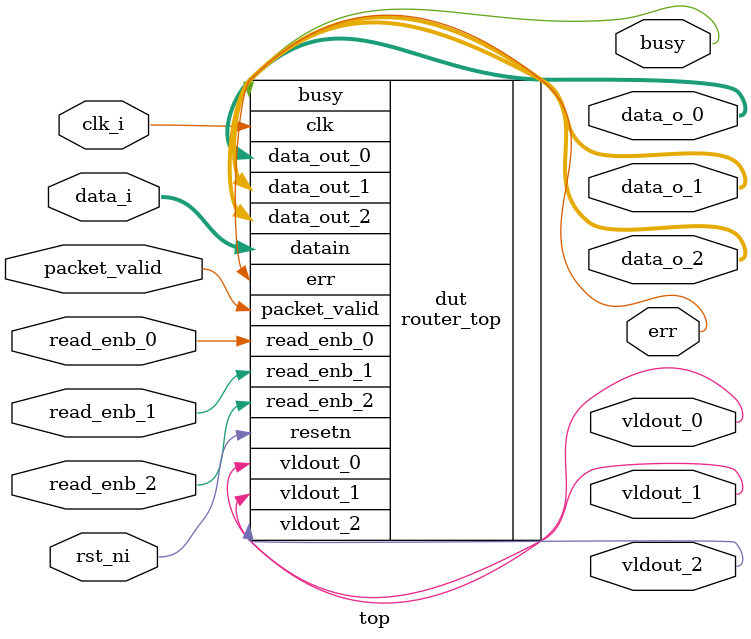
<source format=sv>
module top (
  // inputs
  input logic        clk_i,rst_ni,packet_valid,
  input logic        read_enb_0,read_enb_1, read_enb_2,
  input logic [7:0] data_i, 
  // outputs
  output logic [7:0] data_o_0,data_o_1, data_o_2,
  output logic vldout_0, vldout_1, vldout_2, err, busy
);

router_top dut(
.clk(clk_i), 
.resetn(rst_ni), 
.packet_valid(packet_valid), 
.read_enb_0(read_enb_0), 
.read_enb_1(read_enb_1), 
.read_enb_2(read_enb_2),
				  
.datain(data_i),

.vldout_0(vldout_0), 
.vldout_1(vldout_1), 
.vldout_2(vldout_2), 

.err(err), 
.busy(busy),

.data_out_0(data_o_0), 
.data_out_1(data_o_1), 
.data_out_2(data_o_2)
);


endmodule

</source>
